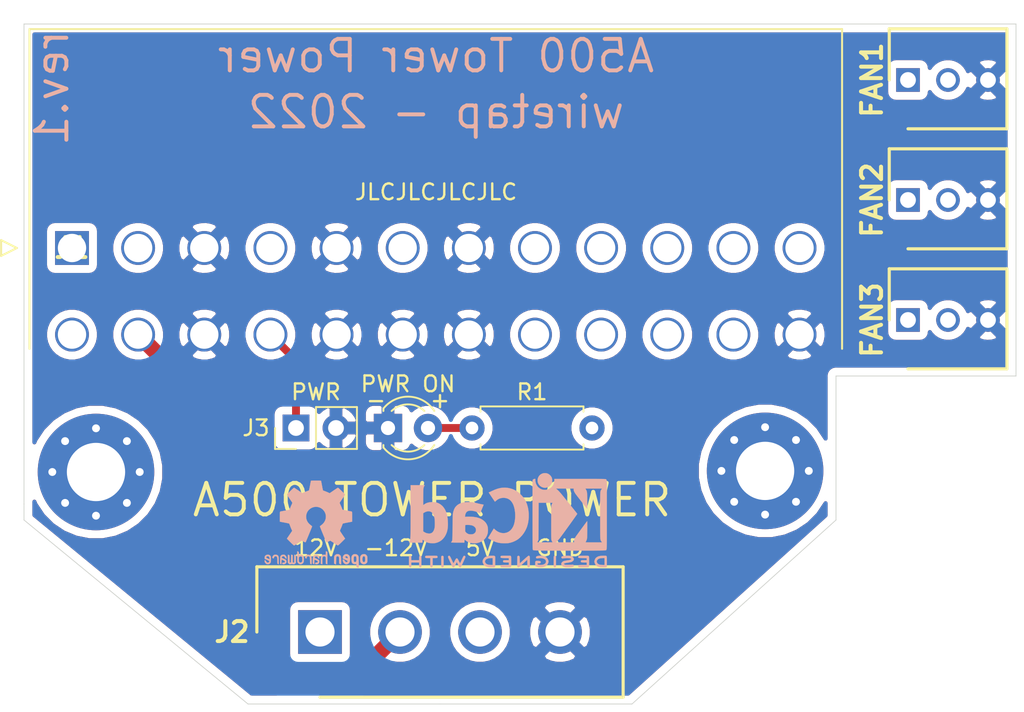
<source format=kicad_pcb>
(kicad_pcb (version 20171130) (host pcbnew "(5.1.6)-1")
  (layers (0 F.Cu signal) (1 In1.Cu power) (2 In2.Cu power) (31 B.Cu signal) (34 B.Paste user) (35 F.Paste user) (36 B.SilkS user) (37 F.SilkS user) (38 B.Mask user) (39 F.Mask user) (44 Edge.Cuts user))
  (net 0 "")
  (net 1 /GND)
  (net 2 "Net-(D1-Pad2)")
  (net 3 /3.3V)
  (net 4 /5V)
  (net 5 /PG)
  (net 6 /5VSB)
  (net 7 /12V)
  (net 8 /-12V)
  (net 9 /PS-ON)
  (net 10 "Net-(J1-Pad20)")
  (net 11 "Net-(J4-Pad1)")
  (net 12 "Net-(J5-Pad1)")
  (net 13 "Net-(J6-Pad1)")
  (module Symbol:OSHW-Logo2_7.3x6mm_SilkScreen (layer B.Cu) (at 145.034 111.506 180)
    (fp_text reference REF** hide)
    (fp_text value OSHW-Logo2_7.3x6mm_SilkScreen hide)
  )
  (module Symbol:KiCad-Logo2_5mm_SilkScreen (layer B.Cu) (at 157.226 111.252 180)
    (fp_text reference REF** hide)
    (fp_text value KiCad-Logo2_5mm_SilkScreen hide)
  )
  (module LED_THT:LED_D3.0mm (layer F.Cu) (at 149.606 105.41)
    (fp_text reference D1 hide)
    (fp_text value LED_3mm)
    (pad 1 thru_hole rect (at 0 0) (size 1.8 1.8) (drill 0.9) (layers *.Cu *.Mask) (net 1 /GND))
    (pad 2 thru_hole circle (at 2.54 0) (size 1.8 1.8) (drill 0.9) (layers *.Cu *.Mask) (net 2 "Net-(D1-Pad2)"))
  )
  (module MountingHole:MountingHole_3.7mm_Pad_Via (layer F.Cu) (at 131.064 108.204)
    (fp_text reference H1 hide)
    (fp_text value MountingHole)
    (pad 1 thru_hole circle (at 0 0) (size 7.4 7.4) (drill 3.7) (layers *.Cu *.Mask))
    (pad 1 thru_hole circle (at 2.775 0) (size 0.8 0.8) (drill 0.5) (layers *.Cu *.Mask))
    (pad 1 thru_hole circle (at 1.962221 1.962221) (size 0.8 0.8) (drill 0.5) (layers *.Cu *.Mask))
    (pad 1 thru_hole circle (at 0 2.775) (size 0.8 0.8) (drill 0.5) (layers *.Cu *.Mask))
    (pad 1 thru_hole circle (at -1.962221 1.962221) (size 0.8 0.8) (drill 0.5) (layers *.Cu *.Mask))
    (pad 1 thru_hole circle (at -2.775 0) (size 0.8 0.8) (drill 0.5) (layers *.Cu *.Mask))
    (pad 1 thru_hole circle (at -1.962221 -1.962221) (size 0.8 0.8) (drill 0.5) (layers *.Cu *.Mask))
    (pad 1 thru_hole circle (at 0 -2.775) (size 0.8 0.8) (drill 0.5) (layers *.Cu *.Mask))
    (pad 1 thru_hole circle (at 1.962221 -1.962221) (size 0.8 0.8) (drill 0.5) (layers *.Cu *.Mask))
  )
  (module MountingHole:MountingHole_3.7mm_Pad_Via (layer F.Cu) (at 173.551779 108.134221)
    (fp_text reference H2 hide)
    (fp_text value MountingHole)
    (pad 1 thru_hole circle (at 1.962221 -1.962221) (size 0.8 0.8) (drill 0.5) (layers *.Cu *.Mask))
    (pad 1 thru_hole circle (at 0 -2.775) (size 0.8 0.8) (drill 0.5) (layers *.Cu *.Mask))
    (pad 1 thru_hole circle (at -1.962221 -1.962221) (size 0.8 0.8) (drill 0.5) (layers *.Cu *.Mask))
    (pad 1 thru_hole circle (at -2.775 0) (size 0.8 0.8) (drill 0.5) (layers *.Cu *.Mask))
    (pad 1 thru_hole circle (at -1.962221 1.962221) (size 0.8 0.8) (drill 0.5) (layers *.Cu *.Mask))
    (pad 1 thru_hole circle (at 0 2.775) (size 0.8 0.8) (drill 0.5) (layers *.Cu *.Mask))
    (pad 1 thru_hole circle (at 1.962221 1.962221) (size 0.8 0.8) (drill 0.5) (layers *.Cu *.Mask))
    (pad 1 thru_hole circle (at 2.775 0) (size 0.8 0.8) (drill 0.5) (layers *.Cu *.Mask))
    (pad 1 thru_hole circle (at 0 0) (size 7.4 7.4) (drill 3.7) (layers *.Cu *.Mask))
  )
  (module 87427-2402 (layer F.Cu) (at 129.54 93.98 180)
    (fp_text reference J1 (at 0 0) (layer F.SilkS) (effects (font (size 1.27 1.27) (thickness 0.254))))
    (fp_text value 87427-2402 hide)
    (pad 1 thru_hole rect (at 0 0 180) (size 2.15 2.15) (drill 1.8) (layers *.Cu *.Mask) (net 3 /3.3V))
    (pad 2 thru_hole circle (at -4.2 0 180) (size 2.15 2.15) (drill 1.8) (layers *.Cu *.Mask) (net 3 /3.3V))
    (pad 3 thru_hole circle (at -8.4 0 180) (size 2.15 2.15) (drill 1.8) (layers *.Cu *.Mask) (net 1 /GND))
    (pad 4 thru_hole circle (at -12.6 0 180) (size 2.15 2.15) (drill 1.8) (layers *.Cu *.Mask) (net 4 /5V))
    (pad 5 thru_hole circle (at -16.8 0 180) (size 2.15 2.15) (drill 1.8) (layers *.Cu *.Mask) (net 1 /GND))
    (pad 6 thru_hole circle (at -21 0 180) (size 2.15 2.15) (drill 1.8) (layers *.Cu *.Mask) (net 4 /5V))
    (pad 7 thru_hole circle (at -25.2 0 180) (size 2.15 2.15) (drill 1.8) (layers *.Cu *.Mask) (net 1 /GND))
    (pad 8 thru_hole circle (at -29.4 0 180) (size 2.15 2.15) (drill 1.8) (layers *.Cu *.Mask) (net 5 /PG))
    (pad 9 thru_hole circle (at -33.6 0 180) (size 2.15 2.15) (drill 1.8) (layers *.Cu *.Mask) (net 6 /5VSB))
    (pad 10 thru_hole circle (at -37.8 0 180) (size 2.15 2.15) (drill 1.8) (layers *.Cu *.Mask) (net 7 /12V))
    (pad 11 thru_hole circle (at -42 0 180) (size 2.15 2.15) (drill 1.8) (layers *.Cu *.Mask) (net 7 /12V))
    (pad 12 thru_hole circle (at -46.2 0 180) (size 2.15 2.15) (drill 1.8) (layers *.Cu *.Mask) (net 3 /3.3V))
    (pad 13 thru_hole circle (at 0 -5.5 180) (size 2.15 2.15) (drill 1.8) (layers *.Cu *.Mask) (net 3 /3.3V))
    (pad 14 thru_hole circle (at -4.2 -5.5 180) (size 2.15 2.15) (drill 1.8) (layers *.Cu *.Mask) (net 8 /-12V))
    (pad 15 thru_hole circle (at -8.4 -5.5 180) (size 2.15 2.15) (drill 1.8) (layers *.Cu *.Mask) (net 1 /GND))
    (pad 16 thru_hole circle (at -12.6 -5.5 180) (size 2.15 2.15) (drill 1.8) (layers *.Cu *.Mask) (net 9 /PS-ON))
    (pad 17 thru_hole circle (at -16.8 -5.5 180) (size 2.15 2.15) (drill 1.8) (layers *.Cu *.Mask) (net 1 /GND))
    (pad 18 thru_hole circle (at -21 -5.5 180) (size 2.15 2.15) (drill 1.8) (layers *.Cu *.Mask) (net 1 /GND))
    (pad 19 thru_hole circle (at -25.2 -5.5 180) (size 2.15 2.15) (drill 1.8) (layers *.Cu *.Mask) (net 1 /GND))
    (pad 20 thru_hole circle (at -29.4 -5.5 180) (size 2.15 2.15) (drill 1.8) (layers *.Cu *.Mask) (net 10 "Net-(J1-Pad20)"))
    (pad 21 thru_hole circle (at -33.6 -5.5 180) (size 2.15 2.15) (drill 1.8) (layers *.Cu *.Mask) (net 4 /5V))
    (pad 22 thru_hole circle (at -37.8 -5.5 180) (size 2.15 2.15) (drill 1.8) (layers *.Cu *.Mask) (net 4 /5V))
    (pad 23 thru_hole circle (at -42 -5.5 180) (size 2.15 2.15) (drill 1.8) (layers *.Cu *.Mask) (net 4 /5V))
    (pad 24 thru_hole circle (at -46.2 -5.5 180) (size 2.15 2.15) (drill 1.8) (layers *.Cu *.Mask) (net 1 /GND))
  )
  (module SHDR4W166P0X508_1X4_2326X828X1066P (layer F.Cu) (at 145.288 118.364)
    (fp_text reference J2 (at -5.588 0) (layer F.SilkS) (effects (font (size 1.27 1.27) (thickness 0.254))))
    (fp_text value 15-24-4449 hide)
    (pad 1 thru_hole rect (at 0 0) (size 2.775 2.775) (drill 1.85) (layers *.Cu *.Mask) (net 7 /12V))
    (pad 2 thru_hole circle (at 5.08 0) (size 2.775 2.775) (drill 1.85) (layers *.Cu *.Mask) (net 8 /-12V))
    (pad 3 thru_hole circle (at 10.16 0) (size 2.775 2.775) (drill 1.85) (layers *.Cu *.Mask) (net 4 /5V))
    (pad 4 thru_hole circle (at 15.24 0) (size 2.775 2.775) (drill 1.85) (layers *.Cu *.Mask) (net 1 /GND))
  )
  (module Connector_PinHeader_2.54mm:PinHeader_1x02_P2.54mm_Vertical (layer F.Cu) (at 143.764 105.41 90)
    (fp_text reference J3 (at 0 -2.54 180) (layer F.SilkS))
    (fp_text value Conn_01x02)
    (pad 1 thru_hole rect (at 0 0 90) (size 1.7 1.7) (drill 1) (layers *.Cu *.Mask) (net 9 /PS-ON))
    (pad 2 thru_hole oval (at 0 2.54 90) (size 1.7 1.7) (drill 1) (layers *.Cu *.Mask) (net 1 /GND))
  )
  (module SHDR3W82P0X254_1X3_747X635X818P (layer F.Cu) (at 182.626 83.312)
    (fp_text reference FAN1 (at -2.286 0 90) (layer F.SilkS) (effects (font (size 1.27 1.27) (thickness 0.254))))
    (fp_text value 22-23-2031 hide)
    (pad 1 thru_hole rect (at 0 0) (size 1.5 1.5) (drill 1) (layers *.Cu *.Mask) (net 11 "Net-(J4-Pad1)"))
    (pad 2 thru_hole circle (at 2.54 0) (size 1.5 1.5) (drill 1) (layers *.Cu *.Mask) (net 7 /12V))
    (pad 3 thru_hole circle (at 5.08 0) (size 1.5 1.5) (drill 1) (layers *.Cu *.Mask) (net 1 /GND))
  )
  (module SHDR3W82P0X254_1X3_747X635X818P (layer F.Cu) (at 182.626 90.932)
    (fp_text reference FAN2 (at -2.286 0 90) (layer F.SilkS) (effects (font (size 1.27 1.27) (thickness 0.254))))
    (fp_text value 22-23-2031 hide)
    (pad 3 thru_hole circle (at 5.08 0) (size 1.5 1.5) (drill 1) (layers *.Cu *.Mask) (net 1 /GND))
    (pad 2 thru_hole circle (at 2.54 0) (size 1.5 1.5) (drill 1) (layers *.Cu *.Mask) (net 7 /12V))
    (pad 1 thru_hole rect (at 0 0) (size 1.5 1.5) (drill 1) (layers *.Cu *.Mask) (net 12 "Net-(J5-Pad1)"))
  )
  (module SHDR3W82P0X254_1X3_747X635X818P (layer F.Cu) (at 182.626 98.552)
    (fp_text reference FAN3 (at -2.286 0 90) (layer F.SilkS) (effects (font (size 1.27 1.27) (thickness 0.254))))
    (fp_text value 22-23-2031 hide)
    (pad 1 thru_hole rect (at 0 0) (size 1.5 1.5) (drill 1) (layers *.Cu *.Mask) (net 13 "Net-(J6-Pad1)"))
    (pad 2 thru_hole circle (at 2.54 0) (size 1.5 1.5) (drill 1) (layers *.Cu *.Mask) (net 7 /12V))
    (pad 3 thru_hole circle (at 5.08 0) (size 1.5 1.5) (drill 1) (layers *.Cu *.Mask) (net 1 /GND))
  )
  (module Resistor_THT:R_Axial_DIN0207_L6.3mm_D2.5mm_P7.62mm_Horizontal (layer F.Cu) (at 154.94 105.41)
    (fp_text reference R1 (at 3.81 -2.286) (layer F.SilkS))
    (fp_text value 1k)
    (pad 1 thru_hole circle (at 0 0) (size 1.6 1.6) (drill 0.8) (layers *.Cu *.Mask) (net 2 "Net-(D1-Pad2)"))
    (pad 2 thru_hole oval (at 7.62 0) (size 1.6 1.6) (drill 0.8) (layers *.Cu *.Mask) (net 4 /5V))
  )
  (gr_text JLCJLCJLCJLC (at 152.654 90.424) (layer F.SilkS) (effects (font (size 1 1))))
  (gr_text rev.1 (at 128.27 83.82 90) (layer B.SilkS) (effects (font (size 2 2) (thickness 0.25)) (justify mirror)))
  (gr_text "wiretap - 2022" (at 152.654 85.344) (layer B.SilkS) (effects (font (size 2 2) (thickness 0.25)) (justify mirror)))
  (gr_text "A500 Tower Power" (at 152.654 81.788) (layer B.SilkS) (effects (font (size 2 2) (thickness 0.25)) (justify mirror)))
  (gr_text "PWR ON" (at 150.876 102.616) (layer F.SilkS) (effects (font (size 1 1))))
  (gr_text PWR (at 145.034 103.124) (layer F.SilkS) (effects (font (size 1 1))))
  (gr_text "A500 TOWER POWER" (at 152.4 109.982) (layer F.SilkS) (effects (font (size 2 2) (thickness 0.25))))
  (gr_text - (at 148.844 103.632) (layer F.SilkS) (effects (font (size 1 1))))
  (gr_text + (at 152.908 103.632) (layer F.SilkS) (effects (font (size 1 1))))
  (gr_text GND (at 160.528 113.03) (layer F.SilkS) (effects (font (size 1 1))))
  (gr_text 5V (at 155.448 113.03) (layer F.SilkS) (effects (font (size 1 1))))
  (gr_text -12V (at 150.114 113.03) (layer F.SilkS) (effects (font (size 1 1))))
  (gr_text 12V (at 145.034 113.03) (layer F.SilkS) (effects (font (size 1 1))))
  (gr_line (start 140.716 122.936) (end 126.492 111.252) (layer Edge.Cuts) (width 0.05))
  (gr_line (start 126.492 110.236) (end 126.492 111.252) (layer Edge.Cuts) (width 0.05))
  (gr_line (start 140.716 122.936) (end 152.908 122.936) (layer Edge.Cuts) (width 0.05))
  (gr_line (start 126.492 79.756) (end 126.492 110.236) (layer Edge.Cuts) (width 0.05))
  (gr_line (start 189.484 79.756) (end 126.492 79.756) (layer Edge.Cuts) (width 0.05))
  (gr_line (start 189.484 102.108) (end 189.484 79.756) (layer Edge.Cuts) (width 0.05))
  (gr_line (start 178.054 102.108) (end 189.484 102.108) (layer Edge.Cuts) (width 0.05))
  (gr_line (start 178.054 111.252) (end 178.054 102.108) (layer Edge.Cuts) (width 0.05))
  (gr_line (start 165.1 122.936) (end 178.054 111.252) (layer Edge.Cuts) (width 0.05))
  (gr_line (start 152.908 122.936) (end 165.1 122.936) (layer Edge.Cuts) (width 0.05))
  (segment (start 154.94 105.41) (end 152.146 105.41) (width 0.5) (layer F.Cu) (net 2))
  (segment (start 143.256 121.412) (end 147.32 121.412) (width 1) (layer F.Cu) (net 8))
  (segment (start 133.74 99.48) (end 138.43 104.17) (width 1) (layer F.Cu) (net 8))
  (segment (start 147.32 121.412) (end 150.368 118.364) (width 1) (layer F.Cu) (net 8))
  (segment (start 138.43 116.586) (end 143.256 121.412) (width 1) (layer F.Cu) (net 8))
  (segment (start 138.43 104.17) (end 138.43 116.586) (width 1) (layer F.Cu) (net 8))
  (segment (start 143.764 101.104) (end 142.14 99.48) (width 0.5) (layer F.Cu) (net 9))
  (segment (start 143.764 105.41) (end 143.764 101.104) (width 0.5) (layer F.Cu) (net 9))
  (zone (net 1) (net_name /GND) (layer F.Cu) (connect_pads (clearance 0.508)) (min_thickness 0.254) (fill yes (arc_segments 32) (thermal_gap 0.508) (thermal_bridge_width 0.8))
    (polygon (pts (xy 189.992 123.444) (xy 124.968 123.444) (xy 124.968 78.232) (xy 189.992 78.232)))
  )
  (zone (net 1) (net_name /GND) (layer B.Cu) (connect_pads (clearance 0.508)) (min_thickness 0.254) (fill yes (arc_segments 32) (thermal_gap 0.508) (thermal_bridge_width 0.8))
    (polygon (pts (xy 189.992 123.444) (xy 124.968 123.444) (xy 124.968 78.232) (xy 189.992 78.232)))
  )
)
</source>
